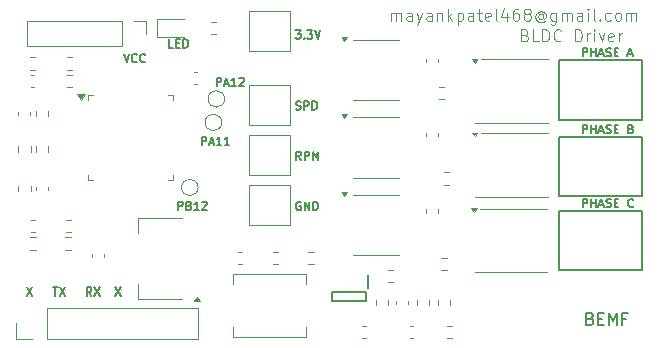
<source format=gbr>
%TF.GenerationSoftware,KiCad,Pcbnew,8.0.5*%
%TF.CreationDate,2025-03-17T20:49:01+05:30*%
%TF.ProjectId,bldc,626c6463-2e6b-4696-9361-645f70636258,rev?*%
%TF.SameCoordinates,Original*%
%TF.FileFunction,Legend,Top*%
%TF.FilePolarity,Positive*%
%FSLAX46Y46*%
G04 Gerber Fmt 4.6, Leading zero omitted, Abs format (unit mm)*
G04 Created by KiCad (PCBNEW 8.0.5) date 2025-03-17 20:49:01*
%MOMM*%
%LPD*%
G01*
G04 APERTURE LIST*
%ADD10C,0.150000*%
%ADD11C,0.100000*%
%ADD12C,0.120000*%
%ADD13C,0.200000*%
G04 APERTURE END LIST*
D10*
X66265350Y-107906533D02*
X66265350Y-107206533D01*
X66265350Y-107206533D02*
X66532017Y-107206533D01*
X66532017Y-107206533D02*
X66598684Y-107239866D01*
X66598684Y-107239866D02*
X66632017Y-107273200D01*
X66632017Y-107273200D02*
X66665350Y-107339866D01*
X66665350Y-107339866D02*
X66665350Y-107439866D01*
X66665350Y-107439866D02*
X66632017Y-107506533D01*
X66632017Y-107506533D02*
X66598684Y-107539866D01*
X66598684Y-107539866D02*
X66532017Y-107573200D01*
X66532017Y-107573200D02*
X66265350Y-107573200D01*
X66932017Y-107706533D02*
X67265350Y-107706533D01*
X66865350Y-107906533D02*
X67098684Y-107206533D01*
X67098684Y-107206533D02*
X67332017Y-107906533D01*
X67932017Y-107906533D02*
X67532017Y-107906533D01*
X67732017Y-107906533D02*
X67732017Y-107206533D01*
X67732017Y-107206533D02*
X67665350Y-107306533D01*
X67665350Y-107306533D02*
X67598684Y-107373200D01*
X67598684Y-107373200D02*
X67532017Y-107406533D01*
X68598684Y-107906533D02*
X68198684Y-107906533D01*
X68398684Y-107906533D02*
X68398684Y-107206533D01*
X68398684Y-107206533D02*
X68332017Y-107306533D01*
X68332017Y-107306533D02*
X68265351Y-107373200D01*
X68265351Y-107373200D02*
X68198684Y-107406533D01*
X67515350Y-102906533D02*
X67515350Y-102206533D01*
X67515350Y-102206533D02*
X67782017Y-102206533D01*
X67782017Y-102206533D02*
X67848684Y-102239866D01*
X67848684Y-102239866D02*
X67882017Y-102273200D01*
X67882017Y-102273200D02*
X67915350Y-102339866D01*
X67915350Y-102339866D02*
X67915350Y-102439866D01*
X67915350Y-102439866D02*
X67882017Y-102506533D01*
X67882017Y-102506533D02*
X67848684Y-102539866D01*
X67848684Y-102539866D02*
X67782017Y-102573200D01*
X67782017Y-102573200D02*
X67515350Y-102573200D01*
X68182017Y-102706533D02*
X68515350Y-102706533D01*
X68115350Y-102906533D02*
X68348684Y-102206533D01*
X68348684Y-102206533D02*
X68582017Y-102906533D01*
X69182017Y-102906533D02*
X68782017Y-102906533D01*
X68982017Y-102906533D02*
X68982017Y-102206533D01*
X68982017Y-102206533D02*
X68915350Y-102306533D01*
X68915350Y-102306533D02*
X68848684Y-102373200D01*
X68848684Y-102373200D02*
X68782017Y-102406533D01*
X69448684Y-102273200D02*
X69482017Y-102239866D01*
X69482017Y-102239866D02*
X69548684Y-102206533D01*
X69548684Y-102206533D02*
X69715351Y-102206533D01*
X69715351Y-102206533D02*
X69782017Y-102239866D01*
X69782017Y-102239866D02*
X69815351Y-102273200D01*
X69815351Y-102273200D02*
X69848684Y-102339866D01*
X69848684Y-102339866D02*
X69848684Y-102406533D01*
X69848684Y-102406533D02*
X69815351Y-102506533D01*
X69815351Y-102506533D02*
X69415351Y-102906533D01*
X69415351Y-102906533D02*
X69848684Y-102906533D01*
X64265350Y-113406533D02*
X64265350Y-112706533D01*
X64265350Y-112706533D02*
X64532017Y-112706533D01*
X64532017Y-112706533D02*
X64598684Y-112739866D01*
X64598684Y-112739866D02*
X64632017Y-112773200D01*
X64632017Y-112773200D02*
X64665350Y-112839866D01*
X64665350Y-112839866D02*
X64665350Y-112939866D01*
X64665350Y-112939866D02*
X64632017Y-113006533D01*
X64632017Y-113006533D02*
X64598684Y-113039866D01*
X64598684Y-113039866D02*
X64532017Y-113073200D01*
X64532017Y-113073200D02*
X64265350Y-113073200D01*
X65198684Y-113039866D02*
X65298684Y-113073200D01*
X65298684Y-113073200D02*
X65332017Y-113106533D01*
X65332017Y-113106533D02*
X65365350Y-113173200D01*
X65365350Y-113173200D02*
X65365350Y-113273200D01*
X65365350Y-113273200D02*
X65332017Y-113339866D01*
X65332017Y-113339866D02*
X65298684Y-113373200D01*
X65298684Y-113373200D02*
X65232017Y-113406533D01*
X65232017Y-113406533D02*
X64965350Y-113406533D01*
X64965350Y-113406533D02*
X64965350Y-112706533D01*
X64965350Y-112706533D02*
X65198684Y-112706533D01*
X65198684Y-112706533D02*
X65265350Y-112739866D01*
X65265350Y-112739866D02*
X65298684Y-112773200D01*
X65298684Y-112773200D02*
X65332017Y-112839866D01*
X65332017Y-112839866D02*
X65332017Y-112906533D01*
X65332017Y-112906533D02*
X65298684Y-112973200D01*
X65298684Y-112973200D02*
X65265350Y-113006533D01*
X65265350Y-113006533D02*
X65198684Y-113039866D01*
X65198684Y-113039866D02*
X64965350Y-113039866D01*
X66032017Y-113406533D02*
X65632017Y-113406533D01*
X65832017Y-113406533D02*
X65832017Y-112706533D01*
X65832017Y-112706533D02*
X65765350Y-112806533D01*
X65765350Y-112806533D02*
X65698684Y-112873200D01*
X65698684Y-112873200D02*
X65632017Y-112906533D01*
X66298684Y-112773200D02*
X66332017Y-112739866D01*
X66332017Y-112739866D02*
X66398684Y-112706533D01*
X66398684Y-112706533D02*
X66565351Y-112706533D01*
X66565351Y-112706533D02*
X66632017Y-112739866D01*
X66632017Y-112739866D02*
X66665351Y-112773200D01*
X66665351Y-112773200D02*
X66698684Y-112839866D01*
X66698684Y-112839866D02*
X66698684Y-112906533D01*
X66698684Y-112906533D02*
X66665351Y-113006533D01*
X66665351Y-113006533D02*
X66265351Y-113406533D01*
X66265351Y-113406533D02*
X66698684Y-113406533D01*
X74232017Y-104873200D02*
X74332017Y-104906533D01*
X74332017Y-104906533D02*
X74498684Y-104906533D01*
X74498684Y-104906533D02*
X74565350Y-104873200D01*
X74565350Y-104873200D02*
X74598684Y-104839866D01*
X74598684Y-104839866D02*
X74632017Y-104773200D01*
X74632017Y-104773200D02*
X74632017Y-104706533D01*
X74632017Y-104706533D02*
X74598684Y-104639866D01*
X74598684Y-104639866D02*
X74565350Y-104606533D01*
X74565350Y-104606533D02*
X74498684Y-104573200D01*
X74498684Y-104573200D02*
X74365350Y-104539866D01*
X74365350Y-104539866D02*
X74298684Y-104506533D01*
X74298684Y-104506533D02*
X74265350Y-104473200D01*
X74265350Y-104473200D02*
X74232017Y-104406533D01*
X74232017Y-104406533D02*
X74232017Y-104339866D01*
X74232017Y-104339866D02*
X74265350Y-104273200D01*
X74265350Y-104273200D02*
X74298684Y-104239866D01*
X74298684Y-104239866D02*
X74365350Y-104206533D01*
X74365350Y-104206533D02*
X74532017Y-104206533D01*
X74532017Y-104206533D02*
X74632017Y-104239866D01*
X74932017Y-104906533D02*
X74932017Y-104206533D01*
X74932017Y-104206533D02*
X75198684Y-104206533D01*
X75198684Y-104206533D02*
X75265351Y-104239866D01*
X75265351Y-104239866D02*
X75298684Y-104273200D01*
X75298684Y-104273200D02*
X75332017Y-104339866D01*
X75332017Y-104339866D02*
X75332017Y-104439866D01*
X75332017Y-104439866D02*
X75298684Y-104506533D01*
X75298684Y-104506533D02*
X75265351Y-104539866D01*
X75265351Y-104539866D02*
X75198684Y-104573200D01*
X75198684Y-104573200D02*
X74932017Y-104573200D01*
X75632017Y-104906533D02*
X75632017Y-104206533D01*
X75632017Y-104206533D02*
X75798684Y-104206533D01*
X75798684Y-104206533D02*
X75898684Y-104239866D01*
X75898684Y-104239866D02*
X75965351Y-104306533D01*
X75965351Y-104306533D02*
X75998684Y-104373200D01*
X75998684Y-104373200D02*
X76032017Y-104506533D01*
X76032017Y-104506533D02*
X76032017Y-104606533D01*
X76032017Y-104606533D02*
X75998684Y-104739866D01*
X75998684Y-104739866D02*
X75965351Y-104806533D01*
X75965351Y-104806533D02*
X75898684Y-104873200D01*
X75898684Y-104873200D02*
X75798684Y-104906533D01*
X75798684Y-104906533D02*
X75632017Y-104906533D01*
X56915350Y-120656533D02*
X56682017Y-120323200D01*
X56515350Y-120656533D02*
X56515350Y-119956533D01*
X56515350Y-119956533D02*
X56782017Y-119956533D01*
X56782017Y-119956533D02*
X56848684Y-119989866D01*
X56848684Y-119989866D02*
X56882017Y-120023200D01*
X56882017Y-120023200D02*
X56915350Y-120089866D01*
X56915350Y-120089866D02*
X56915350Y-120189866D01*
X56915350Y-120189866D02*
X56882017Y-120256533D01*
X56882017Y-120256533D02*
X56848684Y-120289866D01*
X56848684Y-120289866D02*
X56782017Y-120323200D01*
X56782017Y-120323200D02*
X56515350Y-120323200D01*
X57148684Y-119956533D02*
X57615350Y-120656533D01*
X57615350Y-119956533D02*
X57148684Y-120656533D01*
X59665350Y-100206533D02*
X59898684Y-100906533D01*
X59898684Y-100906533D02*
X60132017Y-100206533D01*
X60765350Y-100839866D02*
X60732017Y-100873200D01*
X60732017Y-100873200D02*
X60632017Y-100906533D01*
X60632017Y-100906533D02*
X60565350Y-100906533D01*
X60565350Y-100906533D02*
X60465350Y-100873200D01*
X60465350Y-100873200D02*
X60398684Y-100806533D01*
X60398684Y-100806533D02*
X60365350Y-100739866D01*
X60365350Y-100739866D02*
X60332017Y-100606533D01*
X60332017Y-100606533D02*
X60332017Y-100506533D01*
X60332017Y-100506533D02*
X60365350Y-100373200D01*
X60365350Y-100373200D02*
X60398684Y-100306533D01*
X60398684Y-100306533D02*
X60465350Y-100239866D01*
X60465350Y-100239866D02*
X60565350Y-100206533D01*
X60565350Y-100206533D02*
X60632017Y-100206533D01*
X60632017Y-100206533D02*
X60732017Y-100239866D01*
X60732017Y-100239866D02*
X60765350Y-100273200D01*
X61465350Y-100839866D02*
X61432017Y-100873200D01*
X61432017Y-100873200D02*
X61332017Y-100906533D01*
X61332017Y-100906533D02*
X61265350Y-100906533D01*
X61265350Y-100906533D02*
X61165350Y-100873200D01*
X61165350Y-100873200D02*
X61098684Y-100806533D01*
X61098684Y-100806533D02*
X61065350Y-100739866D01*
X61065350Y-100739866D02*
X61032017Y-100606533D01*
X61032017Y-100606533D02*
X61032017Y-100506533D01*
X61032017Y-100506533D02*
X61065350Y-100373200D01*
X61065350Y-100373200D02*
X61098684Y-100306533D01*
X61098684Y-100306533D02*
X61165350Y-100239866D01*
X61165350Y-100239866D02*
X61265350Y-100206533D01*
X61265350Y-100206533D02*
X61332017Y-100206533D01*
X61332017Y-100206533D02*
X61432017Y-100239866D01*
X61432017Y-100239866D02*
X61465350Y-100273200D01*
D11*
X93637217Y-98598609D02*
X93780074Y-98646228D01*
X93780074Y-98646228D02*
X93827693Y-98693847D01*
X93827693Y-98693847D02*
X93875312Y-98789085D01*
X93875312Y-98789085D02*
X93875312Y-98931942D01*
X93875312Y-98931942D02*
X93827693Y-99027180D01*
X93827693Y-99027180D02*
X93780074Y-99074800D01*
X93780074Y-99074800D02*
X93684836Y-99122419D01*
X93684836Y-99122419D02*
X93303884Y-99122419D01*
X93303884Y-99122419D02*
X93303884Y-98122419D01*
X93303884Y-98122419D02*
X93637217Y-98122419D01*
X93637217Y-98122419D02*
X93732455Y-98170038D01*
X93732455Y-98170038D02*
X93780074Y-98217657D01*
X93780074Y-98217657D02*
X93827693Y-98312895D01*
X93827693Y-98312895D02*
X93827693Y-98408133D01*
X93827693Y-98408133D02*
X93780074Y-98503371D01*
X93780074Y-98503371D02*
X93732455Y-98550990D01*
X93732455Y-98550990D02*
X93637217Y-98598609D01*
X93637217Y-98598609D02*
X93303884Y-98598609D01*
X94780074Y-99122419D02*
X94303884Y-99122419D01*
X94303884Y-99122419D02*
X94303884Y-98122419D01*
X95113408Y-99122419D02*
X95113408Y-98122419D01*
X95113408Y-98122419D02*
X95351503Y-98122419D01*
X95351503Y-98122419D02*
X95494360Y-98170038D01*
X95494360Y-98170038D02*
X95589598Y-98265276D01*
X95589598Y-98265276D02*
X95637217Y-98360514D01*
X95637217Y-98360514D02*
X95684836Y-98550990D01*
X95684836Y-98550990D02*
X95684836Y-98693847D01*
X95684836Y-98693847D02*
X95637217Y-98884323D01*
X95637217Y-98884323D02*
X95589598Y-98979561D01*
X95589598Y-98979561D02*
X95494360Y-99074800D01*
X95494360Y-99074800D02*
X95351503Y-99122419D01*
X95351503Y-99122419D02*
X95113408Y-99122419D01*
X96684836Y-99027180D02*
X96637217Y-99074800D01*
X96637217Y-99074800D02*
X96494360Y-99122419D01*
X96494360Y-99122419D02*
X96399122Y-99122419D01*
X96399122Y-99122419D02*
X96256265Y-99074800D01*
X96256265Y-99074800D02*
X96161027Y-98979561D01*
X96161027Y-98979561D02*
X96113408Y-98884323D01*
X96113408Y-98884323D02*
X96065789Y-98693847D01*
X96065789Y-98693847D02*
X96065789Y-98550990D01*
X96065789Y-98550990D02*
X96113408Y-98360514D01*
X96113408Y-98360514D02*
X96161027Y-98265276D01*
X96161027Y-98265276D02*
X96256265Y-98170038D01*
X96256265Y-98170038D02*
X96399122Y-98122419D01*
X96399122Y-98122419D02*
X96494360Y-98122419D01*
X96494360Y-98122419D02*
X96637217Y-98170038D01*
X96637217Y-98170038D02*
X96684836Y-98217657D01*
X97875313Y-99122419D02*
X97875313Y-98122419D01*
X97875313Y-98122419D02*
X98113408Y-98122419D01*
X98113408Y-98122419D02*
X98256265Y-98170038D01*
X98256265Y-98170038D02*
X98351503Y-98265276D01*
X98351503Y-98265276D02*
X98399122Y-98360514D01*
X98399122Y-98360514D02*
X98446741Y-98550990D01*
X98446741Y-98550990D02*
X98446741Y-98693847D01*
X98446741Y-98693847D02*
X98399122Y-98884323D01*
X98399122Y-98884323D02*
X98351503Y-98979561D01*
X98351503Y-98979561D02*
X98256265Y-99074800D01*
X98256265Y-99074800D02*
X98113408Y-99122419D01*
X98113408Y-99122419D02*
X97875313Y-99122419D01*
X98875313Y-99122419D02*
X98875313Y-98455752D01*
X98875313Y-98646228D02*
X98922932Y-98550990D01*
X98922932Y-98550990D02*
X98970551Y-98503371D01*
X98970551Y-98503371D02*
X99065789Y-98455752D01*
X99065789Y-98455752D02*
X99161027Y-98455752D01*
X99494361Y-99122419D02*
X99494361Y-98455752D01*
X99494361Y-98122419D02*
X99446742Y-98170038D01*
X99446742Y-98170038D02*
X99494361Y-98217657D01*
X99494361Y-98217657D02*
X99541980Y-98170038D01*
X99541980Y-98170038D02*
X99494361Y-98122419D01*
X99494361Y-98122419D02*
X99494361Y-98217657D01*
X99875313Y-98455752D02*
X100113408Y-99122419D01*
X100113408Y-99122419D02*
X100351503Y-98455752D01*
X101113408Y-99074800D02*
X101018170Y-99122419D01*
X101018170Y-99122419D02*
X100827694Y-99122419D01*
X100827694Y-99122419D02*
X100732456Y-99074800D01*
X100732456Y-99074800D02*
X100684837Y-98979561D01*
X100684837Y-98979561D02*
X100684837Y-98598609D01*
X100684837Y-98598609D02*
X100732456Y-98503371D01*
X100732456Y-98503371D02*
X100827694Y-98455752D01*
X100827694Y-98455752D02*
X101018170Y-98455752D01*
X101018170Y-98455752D02*
X101113408Y-98503371D01*
X101113408Y-98503371D02*
X101161027Y-98598609D01*
X101161027Y-98598609D02*
X101161027Y-98693847D01*
X101161027Y-98693847D02*
X100684837Y-98789085D01*
X101589599Y-99122419D02*
X101589599Y-98455752D01*
X101589599Y-98646228D02*
X101637218Y-98550990D01*
X101637218Y-98550990D02*
X101684837Y-98503371D01*
X101684837Y-98503371D02*
X101780075Y-98455752D01*
X101780075Y-98455752D02*
X101875313Y-98455752D01*
D10*
X98515350Y-106906533D02*
X98515350Y-106206533D01*
X98515350Y-106206533D02*
X98782017Y-106206533D01*
X98782017Y-106206533D02*
X98848684Y-106239866D01*
X98848684Y-106239866D02*
X98882017Y-106273200D01*
X98882017Y-106273200D02*
X98915350Y-106339866D01*
X98915350Y-106339866D02*
X98915350Y-106439866D01*
X98915350Y-106439866D02*
X98882017Y-106506533D01*
X98882017Y-106506533D02*
X98848684Y-106539866D01*
X98848684Y-106539866D02*
X98782017Y-106573200D01*
X98782017Y-106573200D02*
X98515350Y-106573200D01*
X99215350Y-106906533D02*
X99215350Y-106206533D01*
X99215350Y-106539866D02*
X99615350Y-106539866D01*
X99615350Y-106906533D02*
X99615350Y-106206533D01*
X99915350Y-106706533D02*
X100248683Y-106706533D01*
X99848683Y-106906533D02*
X100082017Y-106206533D01*
X100082017Y-106206533D02*
X100315350Y-106906533D01*
X100515350Y-106873200D02*
X100615350Y-106906533D01*
X100615350Y-106906533D02*
X100782017Y-106906533D01*
X100782017Y-106906533D02*
X100848683Y-106873200D01*
X100848683Y-106873200D02*
X100882017Y-106839866D01*
X100882017Y-106839866D02*
X100915350Y-106773200D01*
X100915350Y-106773200D02*
X100915350Y-106706533D01*
X100915350Y-106706533D02*
X100882017Y-106639866D01*
X100882017Y-106639866D02*
X100848683Y-106606533D01*
X100848683Y-106606533D02*
X100782017Y-106573200D01*
X100782017Y-106573200D02*
X100648683Y-106539866D01*
X100648683Y-106539866D02*
X100582017Y-106506533D01*
X100582017Y-106506533D02*
X100548683Y-106473200D01*
X100548683Y-106473200D02*
X100515350Y-106406533D01*
X100515350Y-106406533D02*
X100515350Y-106339866D01*
X100515350Y-106339866D02*
X100548683Y-106273200D01*
X100548683Y-106273200D02*
X100582017Y-106239866D01*
X100582017Y-106239866D02*
X100648683Y-106206533D01*
X100648683Y-106206533D02*
X100815350Y-106206533D01*
X100815350Y-106206533D02*
X100915350Y-106239866D01*
X101215350Y-106539866D02*
X101448684Y-106539866D01*
X101548684Y-106906533D02*
X101215350Y-106906533D01*
X101215350Y-106906533D02*
X101215350Y-106206533D01*
X101215350Y-106206533D02*
X101548684Y-106206533D01*
X102615350Y-106539866D02*
X102715350Y-106573200D01*
X102715350Y-106573200D02*
X102748683Y-106606533D01*
X102748683Y-106606533D02*
X102782016Y-106673200D01*
X102782016Y-106673200D02*
X102782016Y-106773200D01*
X102782016Y-106773200D02*
X102748683Y-106839866D01*
X102748683Y-106839866D02*
X102715350Y-106873200D01*
X102715350Y-106873200D02*
X102648683Y-106906533D01*
X102648683Y-106906533D02*
X102382016Y-106906533D01*
X102382016Y-106906533D02*
X102382016Y-106206533D01*
X102382016Y-106206533D02*
X102615350Y-106206533D01*
X102615350Y-106206533D02*
X102682016Y-106239866D01*
X102682016Y-106239866D02*
X102715350Y-106273200D01*
X102715350Y-106273200D02*
X102748683Y-106339866D01*
X102748683Y-106339866D02*
X102748683Y-106406533D01*
X102748683Y-106406533D02*
X102715350Y-106473200D01*
X102715350Y-106473200D02*
X102682016Y-106506533D01*
X102682016Y-106506533D02*
X102615350Y-106539866D01*
X102615350Y-106539866D02*
X102382016Y-106539866D01*
D11*
X82303884Y-97372419D02*
X82303884Y-96705752D01*
X82303884Y-96800990D02*
X82351503Y-96753371D01*
X82351503Y-96753371D02*
X82446741Y-96705752D01*
X82446741Y-96705752D02*
X82589598Y-96705752D01*
X82589598Y-96705752D02*
X82684836Y-96753371D01*
X82684836Y-96753371D02*
X82732455Y-96848609D01*
X82732455Y-96848609D02*
X82732455Y-97372419D01*
X82732455Y-96848609D02*
X82780074Y-96753371D01*
X82780074Y-96753371D02*
X82875312Y-96705752D01*
X82875312Y-96705752D02*
X83018169Y-96705752D01*
X83018169Y-96705752D02*
X83113408Y-96753371D01*
X83113408Y-96753371D02*
X83161027Y-96848609D01*
X83161027Y-96848609D02*
X83161027Y-97372419D01*
X84065788Y-97372419D02*
X84065788Y-96848609D01*
X84065788Y-96848609D02*
X84018169Y-96753371D01*
X84018169Y-96753371D02*
X83922931Y-96705752D01*
X83922931Y-96705752D02*
X83732455Y-96705752D01*
X83732455Y-96705752D02*
X83637217Y-96753371D01*
X84065788Y-97324800D02*
X83970550Y-97372419D01*
X83970550Y-97372419D02*
X83732455Y-97372419D01*
X83732455Y-97372419D02*
X83637217Y-97324800D01*
X83637217Y-97324800D02*
X83589598Y-97229561D01*
X83589598Y-97229561D02*
X83589598Y-97134323D01*
X83589598Y-97134323D02*
X83637217Y-97039085D01*
X83637217Y-97039085D02*
X83732455Y-96991466D01*
X83732455Y-96991466D02*
X83970550Y-96991466D01*
X83970550Y-96991466D02*
X84065788Y-96943847D01*
X84446741Y-96705752D02*
X84684836Y-97372419D01*
X84922931Y-96705752D02*
X84684836Y-97372419D01*
X84684836Y-97372419D02*
X84589598Y-97610514D01*
X84589598Y-97610514D02*
X84541979Y-97658133D01*
X84541979Y-97658133D02*
X84446741Y-97705752D01*
X85732455Y-97372419D02*
X85732455Y-96848609D01*
X85732455Y-96848609D02*
X85684836Y-96753371D01*
X85684836Y-96753371D02*
X85589598Y-96705752D01*
X85589598Y-96705752D02*
X85399122Y-96705752D01*
X85399122Y-96705752D02*
X85303884Y-96753371D01*
X85732455Y-97324800D02*
X85637217Y-97372419D01*
X85637217Y-97372419D02*
X85399122Y-97372419D01*
X85399122Y-97372419D02*
X85303884Y-97324800D01*
X85303884Y-97324800D02*
X85256265Y-97229561D01*
X85256265Y-97229561D02*
X85256265Y-97134323D01*
X85256265Y-97134323D02*
X85303884Y-97039085D01*
X85303884Y-97039085D02*
X85399122Y-96991466D01*
X85399122Y-96991466D02*
X85637217Y-96991466D01*
X85637217Y-96991466D02*
X85732455Y-96943847D01*
X86208646Y-96705752D02*
X86208646Y-97372419D01*
X86208646Y-96800990D02*
X86256265Y-96753371D01*
X86256265Y-96753371D02*
X86351503Y-96705752D01*
X86351503Y-96705752D02*
X86494360Y-96705752D01*
X86494360Y-96705752D02*
X86589598Y-96753371D01*
X86589598Y-96753371D02*
X86637217Y-96848609D01*
X86637217Y-96848609D02*
X86637217Y-97372419D01*
X87113408Y-97372419D02*
X87113408Y-96372419D01*
X87208646Y-96991466D02*
X87494360Y-97372419D01*
X87494360Y-96705752D02*
X87113408Y-97086704D01*
X87922932Y-96705752D02*
X87922932Y-97705752D01*
X87922932Y-96753371D02*
X88018170Y-96705752D01*
X88018170Y-96705752D02*
X88208646Y-96705752D01*
X88208646Y-96705752D02*
X88303884Y-96753371D01*
X88303884Y-96753371D02*
X88351503Y-96800990D01*
X88351503Y-96800990D02*
X88399122Y-96896228D01*
X88399122Y-96896228D02*
X88399122Y-97181942D01*
X88399122Y-97181942D02*
X88351503Y-97277180D01*
X88351503Y-97277180D02*
X88303884Y-97324800D01*
X88303884Y-97324800D02*
X88208646Y-97372419D01*
X88208646Y-97372419D02*
X88018170Y-97372419D01*
X88018170Y-97372419D02*
X87922932Y-97324800D01*
X89256265Y-97372419D02*
X89256265Y-96848609D01*
X89256265Y-96848609D02*
X89208646Y-96753371D01*
X89208646Y-96753371D02*
X89113408Y-96705752D01*
X89113408Y-96705752D02*
X88922932Y-96705752D01*
X88922932Y-96705752D02*
X88827694Y-96753371D01*
X89256265Y-97324800D02*
X89161027Y-97372419D01*
X89161027Y-97372419D02*
X88922932Y-97372419D01*
X88922932Y-97372419D02*
X88827694Y-97324800D01*
X88827694Y-97324800D02*
X88780075Y-97229561D01*
X88780075Y-97229561D02*
X88780075Y-97134323D01*
X88780075Y-97134323D02*
X88827694Y-97039085D01*
X88827694Y-97039085D02*
X88922932Y-96991466D01*
X88922932Y-96991466D02*
X89161027Y-96991466D01*
X89161027Y-96991466D02*
X89256265Y-96943847D01*
X89589599Y-96705752D02*
X89970551Y-96705752D01*
X89732456Y-96372419D02*
X89732456Y-97229561D01*
X89732456Y-97229561D02*
X89780075Y-97324800D01*
X89780075Y-97324800D02*
X89875313Y-97372419D01*
X89875313Y-97372419D02*
X89970551Y-97372419D01*
X90684837Y-97324800D02*
X90589599Y-97372419D01*
X90589599Y-97372419D02*
X90399123Y-97372419D01*
X90399123Y-97372419D02*
X90303885Y-97324800D01*
X90303885Y-97324800D02*
X90256266Y-97229561D01*
X90256266Y-97229561D02*
X90256266Y-96848609D01*
X90256266Y-96848609D02*
X90303885Y-96753371D01*
X90303885Y-96753371D02*
X90399123Y-96705752D01*
X90399123Y-96705752D02*
X90589599Y-96705752D01*
X90589599Y-96705752D02*
X90684837Y-96753371D01*
X90684837Y-96753371D02*
X90732456Y-96848609D01*
X90732456Y-96848609D02*
X90732456Y-96943847D01*
X90732456Y-96943847D02*
X90256266Y-97039085D01*
X91303885Y-97372419D02*
X91208647Y-97324800D01*
X91208647Y-97324800D02*
X91161028Y-97229561D01*
X91161028Y-97229561D02*
X91161028Y-96372419D01*
X92113409Y-96705752D02*
X92113409Y-97372419D01*
X91875314Y-96324800D02*
X91637219Y-97039085D01*
X91637219Y-97039085D02*
X92256266Y-97039085D01*
X93065790Y-96372419D02*
X92875314Y-96372419D01*
X92875314Y-96372419D02*
X92780076Y-96420038D01*
X92780076Y-96420038D02*
X92732457Y-96467657D01*
X92732457Y-96467657D02*
X92637219Y-96610514D01*
X92637219Y-96610514D02*
X92589600Y-96800990D01*
X92589600Y-96800990D02*
X92589600Y-97181942D01*
X92589600Y-97181942D02*
X92637219Y-97277180D01*
X92637219Y-97277180D02*
X92684838Y-97324800D01*
X92684838Y-97324800D02*
X92780076Y-97372419D01*
X92780076Y-97372419D02*
X92970552Y-97372419D01*
X92970552Y-97372419D02*
X93065790Y-97324800D01*
X93065790Y-97324800D02*
X93113409Y-97277180D01*
X93113409Y-97277180D02*
X93161028Y-97181942D01*
X93161028Y-97181942D02*
X93161028Y-96943847D01*
X93161028Y-96943847D02*
X93113409Y-96848609D01*
X93113409Y-96848609D02*
X93065790Y-96800990D01*
X93065790Y-96800990D02*
X92970552Y-96753371D01*
X92970552Y-96753371D02*
X92780076Y-96753371D01*
X92780076Y-96753371D02*
X92684838Y-96800990D01*
X92684838Y-96800990D02*
X92637219Y-96848609D01*
X92637219Y-96848609D02*
X92589600Y-96943847D01*
X93732457Y-96800990D02*
X93637219Y-96753371D01*
X93637219Y-96753371D02*
X93589600Y-96705752D01*
X93589600Y-96705752D02*
X93541981Y-96610514D01*
X93541981Y-96610514D02*
X93541981Y-96562895D01*
X93541981Y-96562895D02*
X93589600Y-96467657D01*
X93589600Y-96467657D02*
X93637219Y-96420038D01*
X93637219Y-96420038D02*
X93732457Y-96372419D01*
X93732457Y-96372419D02*
X93922933Y-96372419D01*
X93922933Y-96372419D02*
X94018171Y-96420038D01*
X94018171Y-96420038D02*
X94065790Y-96467657D01*
X94065790Y-96467657D02*
X94113409Y-96562895D01*
X94113409Y-96562895D02*
X94113409Y-96610514D01*
X94113409Y-96610514D02*
X94065790Y-96705752D01*
X94065790Y-96705752D02*
X94018171Y-96753371D01*
X94018171Y-96753371D02*
X93922933Y-96800990D01*
X93922933Y-96800990D02*
X93732457Y-96800990D01*
X93732457Y-96800990D02*
X93637219Y-96848609D01*
X93637219Y-96848609D02*
X93589600Y-96896228D01*
X93589600Y-96896228D02*
X93541981Y-96991466D01*
X93541981Y-96991466D02*
X93541981Y-97181942D01*
X93541981Y-97181942D02*
X93589600Y-97277180D01*
X93589600Y-97277180D02*
X93637219Y-97324800D01*
X93637219Y-97324800D02*
X93732457Y-97372419D01*
X93732457Y-97372419D02*
X93922933Y-97372419D01*
X93922933Y-97372419D02*
X94018171Y-97324800D01*
X94018171Y-97324800D02*
X94065790Y-97277180D01*
X94065790Y-97277180D02*
X94113409Y-97181942D01*
X94113409Y-97181942D02*
X94113409Y-96991466D01*
X94113409Y-96991466D02*
X94065790Y-96896228D01*
X94065790Y-96896228D02*
X94018171Y-96848609D01*
X94018171Y-96848609D02*
X93922933Y-96800990D01*
X95161028Y-96896228D02*
X95113409Y-96848609D01*
X95113409Y-96848609D02*
X95018171Y-96800990D01*
X95018171Y-96800990D02*
X94922933Y-96800990D01*
X94922933Y-96800990D02*
X94827695Y-96848609D01*
X94827695Y-96848609D02*
X94780076Y-96896228D01*
X94780076Y-96896228D02*
X94732457Y-96991466D01*
X94732457Y-96991466D02*
X94732457Y-97086704D01*
X94732457Y-97086704D02*
X94780076Y-97181942D01*
X94780076Y-97181942D02*
X94827695Y-97229561D01*
X94827695Y-97229561D02*
X94922933Y-97277180D01*
X94922933Y-97277180D02*
X95018171Y-97277180D01*
X95018171Y-97277180D02*
X95113409Y-97229561D01*
X95113409Y-97229561D02*
X95161028Y-97181942D01*
X95161028Y-96800990D02*
X95161028Y-97181942D01*
X95161028Y-97181942D02*
X95208647Y-97229561D01*
X95208647Y-97229561D02*
X95256266Y-97229561D01*
X95256266Y-97229561D02*
X95351505Y-97181942D01*
X95351505Y-97181942D02*
X95399124Y-97086704D01*
X95399124Y-97086704D02*
X95399124Y-96848609D01*
X95399124Y-96848609D02*
X95303886Y-96705752D01*
X95303886Y-96705752D02*
X95161028Y-96610514D01*
X95161028Y-96610514D02*
X94970552Y-96562895D01*
X94970552Y-96562895D02*
X94780076Y-96610514D01*
X94780076Y-96610514D02*
X94637219Y-96705752D01*
X94637219Y-96705752D02*
X94541981Y-96848609D01*
X94541981Y-96848609D02*
X94494362Y-97039085D01*
X94494362Y-97039085D02*
X94541981Y-97229561D01*
X94541981Y-97229561D02*
X94637219Y-97372419D01*
X94637219Y-97372419D02*
X94780076Y-97467657D01*
X94780076Y-97467657D02*
X94970552Y-97515276D01*
X94970552Y-97515276D02*
X95161028Y-97467657D01*
X95161028Y-97467657D02*
X95303886Y-97372419D01*
X96256266Y-96705752D02*
X96256266Y-97515276D01*
X96256266Y-97515276D02*
X96208647Y-97610514D01*
X96208647Y-97610514D02*
X96161028Y-97658133D01*
X96161028Y-97658133D02*
X96065790Y-97705752D01*
X96065790Y-97705752D02*
X95922933Y-97705752D01*
X95922933Y-97705752D02*
X95827695Y-97658133D01*
X96256266Y-97324800D02*
X96161028Y-97372419D01*
X96161028Y-97372419D02*
X95970552Y-97372419D01*
X95970552Y-97372419D02*
X95875314Y-97324800D01*
X95875314Y-97324800D02*
X95827695Y-97277180D01*
X95827695Y-97277180D02*
X95780076Y-97181942D01*
X95780076Y-97181942D02*
X95780076Y-96896228D01*
X95780076Y-96896228D02*
X95827695Y-96800990D01*
X95827695Y-96800990D02*
X95875314Y-96753371D01*
X95875314Y-96753371D02*
X95970552Y-96705752D01*
X95970552Y-96705752D02*
X96161028Y-96705752D01*
X96161028Y-96705752D02*
X96256266Y-96753371D01*
X96732457Y-97372419D02*
X96732457Y-96705752D01*
X96732457Y-96800990D02*
X96780076Y-96753371D01*
X96780076Y-96753371D02*
X96875314Y-96705752D01*
X96875314Y-96705752D02*
X97018171Y-96705752D01*
X97018171Y-96705752D02*
X97113409Y-96753371D01*
X97113409Y-96753371D02*
X97161028Y-96848609D01*
X97161028Y-96848609D02*
X97161028Y-97372419D01*
X97161028Y-96848609D02*
X97208647Y-96753371D01*
X97208647Y-96753371D02*
X97303885Y-96705752D01*
X97303885Y-96705752D02*
X97446742Y-96705752D01*
X97446742Y-96705752D02*
X97541981Y-96753371D01*
X97541981Y-96753371D02*
X97589600Y-96848609D01*
X97589600Y-96848609D02*
X97589600Y-97372419D01*
X98494361Y-97372419D02*
X98494361Y-96848609D01*
X98494361Y-96848609D02*
X98446742Y-96753371D01*
X98446742Y-96753371D02*
X98351504Y-96705752D01*
X98351504Y-96705752D02*
X98161028Y-96705752D01*
X98161028Y-96705752D02*
X98065790Y-96753371D01*
X98494361Y-97324800D02*
X98399123Y-97372419D01*
X98399123Y-97372419D02*
X98161028Y-97372419D01*
X98161028Y-97372419D02*
X98065790Y-97324800D01*
X98065790Y-97324800D02*
X98018171Y-97229561D01*
X98018171Y-97229561D02*
X98018171Y-97134323D01*
X98018171Y-97134323D02*
X98065790Y-97039085D01*
X98065790Y-97039085D02*
X98161028Y-96991466D01*
X98161028Y-96991466D02*
X98399123Y-96991466D01*
X98399123Y-96991466D02*
X98494361Y-96943847D01*
X98970552Y-97372419D02*
X98970552Y-96705752D01*
X98970552Y-96372419D02*
X98922933Y-96420038D01*
X98922933Y-96420038D02*
X98970552Y-96467657D01*
X98970552Y-96467657D02*
X99018171Y-96420038D01*
X99018171Y-96420038D02*
X98970552Y-96372419D01*
X98970552Y-96372419D02*
X98970552Y-96467657D01*
X99589599Y-97372419D02*
X99494361Y-97324800D01*
X99494361Y-97324800D02*
X99446742Y-97229561D01*
X99446742Y-97229561D02*
X99446742Y-96372419D01*
X99970552Y-97277180D02*
X100018171Y-97324800D01*
X100018171Y-97324800D02*
X99970552Y-97372419D01*
X99970552Y-97372419D02*
X99922933Y-97324800D01*
X99922933Y-97324800D02*
X99970552Y-97277180D01*
X99970552Y-97277180D02*
X99970552Y-97372419D01*
X100875313Y-97324800D02*
X100780075Y-97372419D01*
X100780075Y-97372419D02*
X100589599Y-97372419D01*
X100589599Y-97372419D02*
X100494361Y-97324800D01*
X100494361Y-97324800D02*
X100446742Y-97277180D01*
X100446742Y-97277180D02*
X100399123Y-97181942D01*
X100399123Y-97181942D02*
X100399123Y-96896228D01*
X100399123Y-96896228D02*
X100446742Y-96800990D01*
X100446742Y-96800990D02*
X100494361Y-96753371D01*
X100494361Y-96753371D02*
X100589599Y-96705752D01*
X100589599Y-96705752D02*
X100780075Y-96705752D01*
X100780075Y-96705752D02*
X100875313Y-96753371D01*
X101446742Y-97372419D02*
X101351504Y-97324800D01*
X101351504Y-97324800D02*
X101303885Y-97277180D01*
X101303885Y-97277180D02*
X101256266Y-97181942D01*
X101256266Y-97181942D02*
X101256266Y-96896228D01*
X101256266Y-96896228D02*
X101303885Y-96800990D01*
X101303885Y-96800990D02*
X101351504Y-96753371D01*
X101351504Y-96753371D02*
X101446742Y-96705752D01*
X101446742Y-96705752D02*
X101589599Y-96705752D01*
X101589599Y-96705752D02*
X101684837Y-96753371D01*
X101684837Y-96753371D02*
X101732456Y-96800990D01*
X101732456Y-96800990D02*
X101780075Y-96896228D01*
X101780075Y-96896228D02*
X101780075Y-97181942D01*
X101780075Y-97181942D02*
X101732456Y-97277180D01*
X101732456Y-97277180D02*
X101684837Y-97324800D01*
X101684837Y-97324800D02*
X101589599Y-97372419D01*
X101589599Y-97372419D02*
X101446742Y-97372419D01*
X102208647Y-97372419D02*
X102208647Y-96705752D01*
X102208647Y-96800990D02*
X102256266Y-96753371D01*
X102256266Y-96753371D02*
X102351504Y-96705752D01*
X102351504Y-96705752D02*
X102494361Y-96705752D01*
X102494361Y-96705752D02*
X102589599Y-96753371D01*
X102589599Y-96753371D02*
X102637218Y-96848609D01*
X102637218Y-96848609D02*
X102637218Y-97372419D01*
X102637218Y-96848609D02*
X102684837Y-96753371D01*
X102684837Y-96753371D02*
X102780075Y-96705752D01*
X102780075Y-96705752D02*
X102922932Y-96705752D01*
X102922932Y-96705752D02*
X103018171Y-96753371D01*
X103018171Y-96753371D02*
X103065790Y-96848609D01*
X103065790Y-96848609D02*
X103065790Y-97372419D01*
D10*
X98515350Y-100406533D02*
X98515350Y-99706533D01*
X98515350Y-99706533D02*
X98782017Y-99706533D01*
X98782017Y-99706533D02*
X98848684Y-99739866D01*
X98848684Y-99739866D02*
X98882017Y-99773200D01*
X98882017Y-99773200D02*
X98915350Y-99839866D01*
X98915350Y-99839866D02*
X98915350Y-99939866D01*
X98915350Y-99939866D02*
X98882017Y-100006533D01*
X98882017Y-100006533D02*
X98848684Y-100039866D01*
X98848684Y-100039866D02*
X98782017Y-100073200D01*
X98782017Y-100073200D02*
X98515350Y-100073200D01*
X99215350Y-100406533D02*
X99215350Y-99706533D01*
X99215350Y-100039866D02*
X99615350Y-100039866D01*
X99615350Y-100406533D02*
X99615350Y-99706533D01*
X99915350Y-100206533D02*
X100248683Y-100206533D01*
X99848683Y-100406533D02*
X100082017Y-99706533D01*
X100082017Y-99706533D02*
X100315350Y-100406533D01*
X100515350Y-100373200D02*
X100615350Y-100406533D01*
X100615350Y-100406533D02*
X100782017Y-100406533D01*
X100782017Y-100406533D02*
X100848683Y-100373200D01*
X100848683Y-100373200D02*
X100882017Y-100339866D01*
X100882017Y-100339866D02*
X100915350Y-100273200D01*
X100915350Y-100273200D02*
X100915350Y-100206533D01*
X100915350Y-100206533D02*
X100882017Y-100139866D01*
X100882017Y-100139866D02*
X100848683Y-100106533D01*
X100848683Y-100106533D02*
X100782017Y-100073200D01*
X100782017Y-100073200D02*
X100648683Y-100039866D01*
X100648683Y-100039866D02*
X100582017Y-100006533D01*
X100582017Y-100006533D02*
X100548683Y-99973200D01*
X100548683Y-99973200D02*
X100515350Y-99906533D01*
X100515350Y-99906533D02*
X100515350Y-99839866D01*
X100515350Y-99839866D02*
X100548683Y-99773200D01*
X100548683Y-99773200D02*
X100582017Y-99739866D01*
X100582017Y-99739866D02*
X100648683Y-99706533D01*
X100648683Y-99706533D02*
X100815350Y-99706533D01*
X100815350Y-99706533D02*
X100915350Y-99739866D01*
X101215350Y-100039866D02*
X101448684Y-100039866D01*
X101548684Y-100406533D02*
X101215350Y-100406533D01*
X101215350Y-100406533D02*
X101215350Y-99706533D01*
X101215350Y-99706533D02*
X101548684Y-99706533D01*
X102348683Y-100206533D02*
X102682016Y-100206533D01*
X102282016Y-100406533D02*
X102515350Y-99706533D01*
X102515350Y-99706533D02*
X102748683Y-100406533D01*
X98515350Y-113156533D02*
X98515350Y-112456533D01*
X98515350Y-112456533D02*
X98782017Y-112456533D01*
X98782017Y-112456533D02*
X98848684Y-112489866D01*
X98848684Y-112489866D02*
X98882017Y-112523200D01*
X98882017Y-112523200D02*
X98915350Y-112589866D01*
X98915350Y-112589866D02*
X98915350Y-112689866D01*
X98915350Y-112689866D02*
X98882017Y-112756533D01*
X98882017Y-112756533D02*
X98848684Y-112789866D01*
X98848684Y-112789866D02*
X98782017Y-112823200D01*
X98782017Y-112823200D02*
X98515350Y-112823200D01*
X99215350Y-113156533D02*
X99215350Y-112456533D01*
X99215350Y-112789866D02*
X99615350Y-112789866D01*
X99615350Y-113156533D02*
X99615350Y-112456533D01*
X99915350Y-112956533D02*
X100248683Y-112956533D01*
X99848683Y-113156533D02*
X100082017Y-112456533D01*
X100082017Y-112456533D02*
X100315350Y-113156533D01*
X100515350Y-113123200D02*
X100615350Y-113156533D01*
X100615350Y-113156533D02*
X100782017Y-113156533D01*
X100782017Y-113156533D02*
X100848683Y-113123200D01*
X100848683Y-113123200D02*
X100882017Y-113089866D01*
X100882017Y-113089866D02*
X100915350Y-113023200D01*
X100915350Y-113023200D02*
X100915350Y-112956533D01*
X100915350Y-112956533D02*
X100882017Y-112889866D01*
X100882017Y-112889866D02*
X100848683Y-112856533D01*
X100848683Y-112856533D02*
X100782017Y-112823200D01*
X100782017Y-112823200D02*
X100648683Y-112789866D01*
X100648683Y-112789866D02*
X100582017Y-112756533D01*
X100582017Y-112756533D02*
X100548683Y-112723200D01*
X100548683Y-112723200D02*
X100515350Y-112656533D01*
X100515350Y-112656533D02*
X100515350Y-112589866D01*
X100515350Y-112589866D02*
X100548683Y-112523200D01*
X100548683Y-112523200D02*
X100582017Y-112489866D01*
X100582017Y-112489866D02*
X100648683Y-112456533D01*
X100648683Y-112456533D02*
X100815350Y-112456533D01*
X100815350Y-112456533D02*
X100915350Y-112489866D01*
X101215350Y-112789866D02*
X101448684Y-112789866D01*
X101548684Y-113156533D02*
X101215350Y-113156533D01*
X101215350Y-113156533D02*
X101215350Y-112456533D01*
X101215350Y-112456533D02*
X101548684Y-112456533D01*
X102782016Y-113089866D02*
X102748683Y-113123200D01*
X102748683Y-113123200D02*
X102648683Y-113156533D01*
X102648683Y-113156533D02*
X102582016Y-113156533D01*
X102582016Y-113156533D02*
X102482016Y-113123200D01*
X102482016Y-113123200D02*
X102415350Y-113056533D01*
X102415350Y-113056533D02*
X102382016Y-112989866D01*
X102382016Y-112989866D02*
X102348683Y-112856533D01*
X102348683Y-112856533D02*
X102348683Y-112756533D01*
X102348683Y-112756533D02*
X102382016Y-112623200D01*
X102382016Y-112623200D02*
X102415350Y-112556533D01*
X102415350Y-112556533D02*
X102482016Y-112489866D01*
X102482016Y-112489866D02*
X102582016Y-112456533D01*
X102582016Y-112456533D02*
X102648683Y-112456533D01*
X102648683Y-112456533D02*
X102748683Y-112489866D01*
X102748683Y-112489866D02*
X102782016Y-112523200D01*
X74632017Y-112739866D02*
X74565350Y-112706533D01*
X74565350Y-112706533D02*
X74465350Y-112706533D01*
X74465350Y-112706533D02*
X74365350Y-112739866D01*
X74365350Y-112739866D02*
X74298684Y-112806533D01*
X74298684Y-112806533D02*
X74265350Y-112873200D01*
X74265350Y-112873200D02*
X74232017Y-113006533D01*
X74232017Y-113006533D02*
X74232017Y-113106533D01*
X74232017Y-113106533D02*
X74265350Y-113239866D01*
X74265350Y-113239866D02*
X74298684Y-113306533D01*
X74298684Y-113306533D02*
X74365350Y-113373200D01*
X74365350Y-113373200D02*
X74465350Y-113406533D01*
X74465350Y-113406533D02*
X74532017Y-113406533D01*
X74532017Y-113406533D02*
X74632017Y-113373200D01*
X74632017Y-113373200D02*
X74665350Y-113339866D01*
X74665350Y-113339866D02*
X74665350Y-113106533D01*
X74665350Y-113106533D02*
X74532017Y-113106533D01*
X74965350Y-113406533D02*
X74965350Y-112706533D01*
X74965350Y-112706533D02*
X75365350Y-113406533D01*
X75365350Y-113406533D02*
X75365350Y-112706533D01*
X75698683Y-113406533D02*
X75698683Y-112706533D01*
X75698683Y-112706533D02*
X75865350Y-112706533D01*
X75865350Y-112706533D02*
X75965350Y-112739866D01*
X75965350Y-112739866D02*
X76032017Y-112806533D01*
X76032017Y-112806533D02*
X76065350Y-112873200D01*
X76065350Y-112873200D02*
X76098683Y-113006533D01*
X76098683Y-113006533D02*
X76098683Y-113106533D01*
X76098683Y-113106533D02*
X76065350Y-113239866D01*
X76065350Y-113239866D02*
X76032017Y-113306533D01*
X76032017Y-113306533D02*
X75965350Y-113373200D01*
X75965350Y-113373200D02*
X75865350Y-113406533D01*
X75865350Y-113406533D02*
X75698683Y-113406533D01*
X58948684Y-119956533D02*
X59415350Y-120656533D01*
X59415350Y-119956533D02*
X58948684Y-120656533D01*
X74665350Y-109156533D02*
X74432017Y-108823200D01*
X74265350Y-109156533D02*
X74265350Y-108456533D01*
X74265350Y-108456533D02*
X74532017Y-108456533D01*
X74532017Y-108456533D02*
X74598684Y-108489866D01*
X74598684Y-108489866D02*
X74632017Y-108523200D01*
X74632017Y-108523200D02*
X74665350Y-108589866D01*
X74665350Y-108589866D02*
X74665350Y-108689866D01*
X74665350Y-108689866D02*
X74632017Y-108756533D01*
X74632017Y-108756533D02*
X74598684Y-108789866D01*
X74598684Y-108789866D02*
X74532017Y-108823200D01*
X74532017Y-108823200D02*
X74265350Y-108823200D01*
X74965350Y-109156533D02*
X74965350Y-108456533D01*
X74965350Y-108456533D02*
X75232017Y-108456533D01*
X75232017Y-108456533D02*
X75298684Y-108489866D01*
X75298684Y-108489866D02*
X75332017Y-108523200D01*
X75332017Y-108523200D02*
X75365350Y-108589866D01*
X75365350Y-108589866D02*
X75365350Y-108689866D01*
X75365350Y-108689866D02*
X75332017Y-108756533D01*
X75332017Y-108756533D02*
X75298684Y-108789866D01*
X75298684Y-108789866D02*
X75232017Y-108823200D01*
X75232017Y-108823200D02*
X74965350Y-108823200D01*
X75665350Y-109156533D02*
X75665350Y-108456533D01*
X75665350Y-108456533D02*
X75898684Y-108956533D01*
X75898684Y-108956533D02*
X76132017Y-108456533D01*
X76132017Y-108456533D02*
X76132017Y-109156533D01*
X53665350Y-119956533D02*
X54065350Y-119956533D01*
X53865350Y-120656533D02*
X53865350Y-119956533D01*
X54232017Y-119956533D02*
X54698683Y-120656533D01*
X54698683Y-119956533D02*
X54232017Y-120656533D01*
X74198684Y-98206533D02*
X74632017Y-98206533D01*
X74632017Y-98206533D02*
X74398684Y-98473200D01*
X74398684Y-98473200D02*
X74498684Y-98473200D01*
X74498684Y-98473200D02*
X74565350Y-98506533D01*
X74565350Y-98506533D02*
X74598684Y-98539866D01*
X74598684Y-98539866D02*
X74632017Y-98606533D01*
X74632017Y-98606533D02*
X74632017Y-98773200D01*
X74632017Y-98773200D02*
X74598684Y-98839866D01*
X74598684Y-98839866D02*
X74565350Y-98873200D01*
X74565350Y-98873200D02*
X74498684Y-98906533D01*
X74498684Y-98906533D02*
X74298684Y-98906533D01*
X74298684Y-98906533D02*
X74232017Y-98873200D01*
X74232017Y-98873200D02*
X74198684Y-98839866D01*
X74932017Y-98839866D02*
X74965351Y-98873200D01*
X74965351Y-98873200D02*
X74932017Y-98906533D01*
X74932017Y-98906533D02*
X74898684Y-98873200D01*
X74898684Y-98873200D02*
X74932017Y-98839866D01*
X74932017Y-98839866D02*
X74932017Y-98906533D01*
X75198684Y-98206533D02*
X75632017Y-98206533D01*
X75632017Y-98206533D02*
X75398684Y-98473200D01*
X75398684Y-98473200D02*
X75498684Y-98473200D01*
X75498684Y-98473200D02*
X75565350Y-98506533D01*
X75565350Y-98506533D02*
X75598684Y-98539866D01*
X75598684Y-98539866D02*
X75632017Y-98606533D01*
X75632017Y-98606533D02*
X75632017Y-98773200D01*
X75632017Y-98773200D02*
X75598684Y-98839866D01*
X75598684Y-98839866D02*
X75565350Y-98873200D01*
X75565350Y-98873200D02*
X75498684Y-98906533D01*
X75498684Y-98906533D02*
X75298684Y-98906533D01*
X75298684Y-98906533D02*
X75232017Y-98873200D01*
X75232017Y-98873200D02*
X75198684Y-98839866D01*
X75832017Y-98206533D02*
X76065351Y-98906533D01*
X76065351Y-98906533D02*
X76298684Y-98206533D01*
X99170112Y-122596009D02*
X99312969Y-122643628D01*
X99312969Y-122643628D02*
X99360588Y-122691247D01*
X99360588Y-122691247D02*
X99408207Y-122786485D01*
X99408207Y-122786485D02*
X99408207Y-122929342D01*
X99408207Y-122929342D02*
X99360588Y-123024580D01*
X99360588Y-123024580D02*
X99312969Y-123072200D01*
X99312969Y-123072200D02*
X99217731Y-123119819D01*
X99217731Y-123119819D02*
X98836779Y-123119819D01*
X98836779Y-123119819D02*
X98836779Y-122119819D01*
X98836779Y-122119819D02*
X99170112Y-122119819D01*
X99170112Y-122119819D02*
X99265350Y-122167438D01*
X99265350Y-122167438D02*
X99312969Y-122215057D01*
X99312969Y-122215057D02*
X99360588Y-122310295D01*
X99360588Y-122310295D02*
X99360588Y-122405533D01*
X99360588Y-122405533D02*
X99312969Y-122500771D01*
X99312969Y-122500771D02*
X99265350Y-122548390D01*
X99265350Y-122548390D02*
X99170112Y-122596009D01*
X99170112Y-122596009D02*
X98836779Y-122596009D01*
X99836779Y-122596009D02*
X100170112Y-122596009D01*
X100312969Y-123119819D02*
X99836779Y-123119819D01*
X99836779Y-123119819D02*
X99836779Y-122119819D01*
X99836779Y-122119819D02*
X100312969Y-122119819D01*
X100741541Y-123119819D02*
X100741541Y-122119819D01*
X100741541Y-122119819D02*
X101074874Y-122834104D01*
X101074874Y-122834104D02*
X101408207Y-122119819D01*
X101408207Y-122119819D02*
X101408207Y-123119819D01*
X102217731Y-122596009D02*
X101884398Y-122596009D01*
X101884398Y-123119819D02*
X101884398Y-122119819D01*
X101884398Y-122119819D02*
X102360588Y-122119819D01*
X51448684Y-119956533D02*
X51915350Y-120656533D01*
X51915350Y-119956533D02*
X51448684Y-120656533D01*
X63848684Y-99656533D02*
X63515350Y-99656533D01*
X63515350Y-99656533D02*
X63515350Y-98956533D01*
X64082017Y-99289866D02*
X64315351Y-99289866D01*
X64415351Y-99656533D02*
X64082017Y-99656533D01*
X64082017Y-99656533D02*
X64082017Y-98956533D01*
X64082017Y-98956533D02*
X64415351Y-98956533D01*
X64715350Y-99656533D02*
X64715350Y-98956533D01*
X64715350Y-98956533D02*
X64882017Y-98956533D01*
X64882017Y-98956533D02*
X64982017Y-98989866D01*
X64982017Y-98989866D02*
X65048684Y-99056533D01*
X65048684Y-99056533D02*
X65082017Y-99123200D01*
X65082017Y-99123200D02*
X65115350Y-99256533D01*
X65115350Y-99256533D02*
X65115350Y-99356533D01*
X65115350Y-99356533D02*
X65082017Y-99489866D01*
X65082017Y-99489866D02*
X65048684Y-99556533D01*
X65048684Y-99556533D02*
X64982017Y-99623200D01*
X64982017Y-99623200D02*
X64882017Y-99656533D01*
X64882017Y-99656533D02*
X64715350Y-99656533D01*
D12*
%TO.C,TP12*%
X67950000Y-106000000D02*
G75*
G02*
X66550000Y-106000000I-700000J0D01*
G01*
X66550000Y-106000000D02*
G75*
G02*
X67950000Y-106000000I700000J0D01*
G01*
%TO.C,TP11*%
X68200000Y-104000000D02*
G75*
G02*
X66800000Y-104000000I-700000J0D01*
G01*
X66800000Y-104000000D02*
G75*
G02*
X68200000Y-104000000I700000J0D01*
G01*
%TO.C,R15*%
X82012742Y-118477500D02*
X82487258Y-118477500D01*
X82012742Y-119522500D02*
X82487258Y-119522500D01*
%TO.C,R2*%
X86337742Y-102977500D02*
X86812258Y-102977500D01*
X86337742Y-104022500D02*
X86812258Y-104022500D01*
%TO.C,C7*%
X52065580Y-101990000D02*
X51784420Y-101990000D01*
X52065580Y-103010000D02*
X51784420Y-103010000D01*
%TO.C,TP8*%
X70300000Y-107050000D02*
X73700000Y-107050000D01*
X70300000Y-110450000D02*
X70300000Y-107050000D01*
X73700000Y-107050000D02*
X73700000Y-110450000D01*
X73700000Y-110450000D02*
X70300000Y-110450000D01*
%TO.C,U5*%
X56640000Y-103640000D02*
X56640000Y-104090000D01*
X56640000Y-110860000D02*
X56640000Y-110410000D01*
X57090000Y-103640000D02*
X56640000Y-103640000D01*
X57090000Y-110860000D02*
X56640000Y-110860000D01*
X63410000Y-103640000D02*
X63860000Y-103640000D01*
X63410000Y-110860000D02*
X63860000Y-110860000D01*
X63860000Y-103640000D02*
X63860000Y-104090000D01*
X63860000Y-110860000D02*
X63860000Y-110410000D01*
X56050000Y-104090000D02*
X55710000Y-103620000D01*
X56390000Y-103620000D01*
X56050000Y-104090000D01*
G36*
X56050000Y-104090000D02*
G01*
X55710000Y-103620000D01*
X56390000Y-103620000D01*
X56050000Y-104090000D01*
G37*
%TO.C,R24*%
X52227500Y-108462258D02*
X52227500Y-107987742D01*
X53272500Y-108462258D02*
X53272500Y-107987742D01*
%TO.C,R28*%
X52227500Y-105487258D02*
X52227500Y-105012742D01*
X53272500Y-105487258D02*
X53272500Y-105012742D01*
%TO.C,R27*%
X52212258Y-115727500D02*
X51737742Y-115727500D01*
X52212258Y-116772500D02*
X51737742Y-116772500D01*
%TO.C,R13*%
X75262742Y-116977500D02*
X75737258Y-116977500D01*
X75262742Y-118022500D02*
X75737258Y-118022500D01*
%TO.C,R20*%
X54837742Y-101977500D02*
X55312258Y-101977500D01*
X54837742Y-103022500D02*
X55312258Y-103022500D01*
%TO.C,R4*%
X86762742Y-110227500D02*
X87237258Y-110227500D01*
X86762742Y-111272500D02*
X87237258Y-111272500D01*
%TO.C,C8*%
X52240000Y-111434420D02*
X52240000Y-111715580D01*
X53260000Y-111434420D02*
X53260000Y-111715580D01*
D13*
%TO.C,IC1*%
X77300000Y-120375000D02*
X80200000Y-120375000D01*
X77300000Y-121125000D02*
X77300000Y-120375000D01*
X80200000Y-120375000D02*
X80200000Y-121125000D01*
X80200000Y-121125000D02*
X77300000Y-121125000D01*
X80300000Y-118875000D02*
X80300000Y-120025000D01*
D12*
%TO.C,TP9*%
X70300000Y-111300000D02*
X73700000Y-111300000D01*
X70300000Y-114700000D02*
X70300000Y-111300000D01*
X73700000Y-111300000D02*
X73700000Y-114700000D01*
X73700000Y-114700000D02*
X70300000Y-114700000D01*
D10*
%TO.C,TP3*%
X96500000Y-113500000D02*
X103500000Y-113500000D01*
X96500000Y-118500000D02*
X96500000Y-113500000D01*
X103500000Y-113500000D02*
X103500000Y-118500000D01*
X103500000Y-118500000D02*
X96500000Y-118500000D01*
D12*
%TO.C,C3*%
X85240000Y-106859420D02*
X85240000Y-107140580D01*
X86260000Y-106859420D02*
X86260000Y-107140580D01*
%TO.C,TP7*%
X70300000Y-102800000D02*
X73700000Y-102800000D01*
X70300000Y-106200000D02*
X70300000Y-102800000D01*
X73700000Y-102800000D02*
X73700000Y-106200000D01*
X73700000Y-106200000D02*
X70300000Y-106200000D01*
%TO.C,C14*%
X69640580Y-116990000D02*
X69359420Y-116990000D01*
X69640580Y-118010000D02*
X69359420Y-118010000D01*
%TO.C,Q8*%
X95560000Y-106915000D02*
X89880000Y-106915000D01*
X95560000Y-112285000D02*
X89440000Y-112285000D01*
X89368378Y-107179730D02*
X89128378Y-106849730D01*
X89608378Y-106849730D01*
X89368378Y-107179730D01*
G36*
X89368378Y-107179730D02*
G01*
X89128378Y-106849730D01*
X89608378Y-106849730D01*
X89368378Y-107179730D01*
G37*
%TO.C,D4*%
X62515000Y-97265000D02*
X62515000Y-98735000D01*
X62515000Y-98735000D02*
X64800000Y-98735000D01*
X64800000Y-97265000D02*
X62515000Y-97265000D01*
D10*
%TO.C,TP1*%
X96500000Y-100750000D02*
X103500000Y-100750000D01*
X96500000Y-105750000D02*
X96500000Y-100750000D01*
X103500000Y-100750000D02*
X103500000Y-105750000D01*
X103500000Y-105750000D02*
X96500000Y-105750000D01*
D12*
%TO.C,C1*%
X56990000Y-117390580D02*
X56990000Y-117109420D01*
X58010000Y-117390580D02*
X58010000Y-117109420D01*
%TO.C,C4*%
X84140580Y-123240000D02*
X83859420Y-123240000D01*
X84140580Y-124260000D02*
X83859420Y-124260000D01*
%TO.C,C9*%
X82740000Y-121109420D02*
X82740000Y-121390580D01*
X83760000Y-121109420D02*
X83760000Y-121390580D01*
%TO.C,Q2*%
X95560000Y-100665000D02*
X89880000Y-100665000D01*
X95560000Y-106035000D02*
X89440000Y-106035000D01*
X89368378Y-100929730D02*
X89128378Y-100599730D01*
X89608378Y-100599730D01*
X89368378Y-100929730D01*
G36*
X89368378Y-100929730D02*
G01*
X89128378Y-100599730D01*
X89608378Y-100599730D01*
X89368378Y-100929730D01*
G37*
%TO.C,TP6*%
X70300000Y-96550000D02*
X73700000Y-96550000D01*
X70300000Y-99950000D02*
X70300000Y-96550000D01*
X73700000Y-96550000D02*
X73700000Y-99950000D01*
X73700000Y-99950000D02*
X70300000Y-99950000D01*
%TO.C,R6*%
X86512742Y-117477500D02*
X86987258Y-117477500D01*
X86512742Y-118522500D02*
X86987258Y-118522500D01*
%TO.C,C5*%
X85240000Y-113359420D02*
X85240000Y-113640580D01*
X86260000Y-113359420D02*
X86260000Y-113640580D01*
%TO.C,R17*%
X86227500Y-121487258D02*
X86227500Y-121012742D01*
X87272500Y-121487258D02*
X87272500Y-121012742D01*
%TO.C,C15*%
X50740000Y-105390580D02*
X50740000Y-105109420D01*
X51760000Y-105390580D02*
X51760000Y-105109420D01*
%TO.C,U4*%
X81050000Y-112135000D02*
X79100000Y-112135000D01*
X81050000Y-112135000D02*
X83000000Y-112135000D01*
X81050000Y-117255000D02*
X79100000Y-117255000D01*
X81050000Y-117255000D02*
X83000000Y-117255000D01*
X78350000Y-112230000D02*
X78110000Y-111900000D01*
X78590000Y-111900000D01*
X78350000Y-112230000D01*
G36*
X78350000Y-112230000D02*
G01*
X78110000Y-111900000D01*
X78590000Y-111900000D01*
X78350000Y-112230000D01*
G37*
%TO.C,C10*%
X52115580Y-114240000D02*
X51834420Y-114240000D01*
X52115580Y-115260000D02*
X51834420Y-115260000D01*
%TO.C,R25*%
X55187258Y-115727500D02*
X54712742Y-115727500D01*
X55187258Y-116772500D02*
X54712742Y-116772500D01*
%TO.C,J1*%
X51440000Y-97440000D02*
X51440000Y-99560000D01*
X59500000Y-97440000D02*
X51440000Y-97440000D01*
X59500000Y-97440000D02*
X59500000Y-99560000D01*
X59500000Y-99560000D02*
X51440000Y-99560000D01*
X60500000Y-97440000D02*
X61560000Y-97440000D01*
X61560000Y-97440000D02*
X61560000Y-98500000D01*
%TO.C,R12*%
X72262742Y-116977500D02*
X72737258Y-116977500D01*
X72262742Y-118022500D02*
X72737258Y-118022500D01*
%TO.C,C12*%
X79859420Y-123240000D02*
X80140580Y-123240000D01*
X79859420Y-124260000D02*
X80140580Y-124260000D01*
%TO.C,C11*%
X65890580Y-101740000D02*
X65609420Y-101740000D01*
X65890580Y-102760000D02*
X65609420Y-102760000D01*
%TO.C,U3*%
X81050000Y-105555000D02*
X79100000Y-105555000D01*
X81050000Y-105555000D02*
X83000000Y-105555000D01*
X81050000Y-110675000D02*
X79100000Y-110675000D01*
X81050000Y-110675000D02*
X83000000Y-110675000D01*
X78350000Y-105650000D02*
X78110000Y-105320000D01*
X78590000Y-105320000D01*
X78350000Y-105650000D01*
G36*
X78350000Y-105650000D02*
G01*
X78110000Y-105320000D01*
X78590000Y-105320000D01*
X78350000Y-105650000D01*
G37*
%TO.C,R23*%
X50727500Y-108462258D02*
X50727500Y-107987742D01*
X51772500Y-108462258D02*
X51772500Y-107987742D01*
%TO.C,R10*%
X67487258Y-97477500D02*
X67012742Y-97477500D01*
X67487258Y-98522500D02*
X67012742Y-98522500D01*
%TO.C,R26*%
X54737742Y-114227500D02*
X55212258Y-114227500D01*
X54737742Y-115272500D02*
X55212258Y-115272500D01*
%TO.C,R14*%
X80977500Y-121487258D02*
X80977500Y-121012742D01*
X82022500Y-121487258D02*
X82022500Y-121012742D01*
%TO.C,R21*%
X52162258Y-100477500D02*
X51687742Y-100477500D01*
X52162258Y-101522500D02*
X51687742Y-101522500D01*
%TO.C,L1*%
X68900000Y-118800000D02*
X75100000Y-118800000D01*
X68900000Y-119700000D02*
X68900000Y-118800000D01*
X68900000Y-124200000D02*
X68900000Y-123300000D01*
X68900000Y-124200000D02*
X75100000Y-124200000D01*
X75100000Y-118800000D02*
X75100000Y-119700000D01*
X75100000Y-124200000D02*
X75100000Y-123300000D01*
%TO.C,R19*%
X55312258Y-100477500D02*
X54837742Y-100477500D01*
X55312258Y-101522500D02*
X54837742Y-101522500D01*
%TO.C,U1*%
X60840000Y-114090000D02*
X60840000Y-115350000D01*
X60840000Y-120910000D02*
X60840000Y-119650000D01*
X64600000Y-114090000D02*
X60840000Y-114090000D01*
X64600000Y-120910000D02*
X60840000Y-120910000D01*
X66120000Y-121140000D02*
X65640000Y-121140000D01*
X65880000Y-120810000D01*
X66120000Y-121140000D01*
G36*
X66120000Y-121140000D02*
G01*
X65640000Y-121140000D01*
X65880000Y-120810000D01*
X66120000Y-121140000D01*
G37*
%TO.C,R9*%
X87012742Y-123227500D02*
X87487258Y-123227500D01*
X87012742Y-124272500D02*
X87487258Y-124272500D01*
%TO.C,R16*%
X84477500Y-121012742D02*
X84477500Y-121487258D01*
X85522500Y-121012742D02*
X85522500Y-121487258D01*
%TO.C,U2*%
X81050000Y-98975000D02*
X79100000Y-98975000D01*
X81050000Y-98975000D02*
X83000000Y-98975000D01*
X81050000Y-104095000D02*
X79100000Y-104095000D01*
X81050000Y-104095000D02*
X83000000Y-104095000D01*
X78350000Y-99070000D02*
X78110000Y-98740000D01*
X78590000Y-98740000D01*
X78350000Y-99070000D01*
G36*
X78350000Y-99070000D02*
G01*
X78110000Y-98740000D01*
X78590000Y-98740000D01*
X78350000Y-99070000D01*
G37*
%TO.C,C2*%
X85240000Y-100609420D02*
X85240000Y-100890580D01*
X86260000Y-100609420D02*
X86260000Y-100890580D01*
%TO.C,TP10*%
X65950000Y-111500000D02*
G75*
G02*
X64550000Y-111500000I-700000J0D01*
G01*
X64550000Y-111500000D02*
G75*
G02*
X65950000Y-111500000I700000J0D01*
G01*
%TO.C,Q10*%
X95510000Y-113315000D02*
X89830000Y-113315000D01*
X95510000Y-118685000D02*
X89390000Y-118685000D01*
X89318378Y-113579730D02*
X89078378Y-113249730D01*
X89558378Y-113249730D01*
X89318378Y-113579730D01*
G36*
X89318378Y-113579730D02*
G01*
X89078378Y-113249730D01*
X89558378Y-113249730D01*
X89318378Y-113579730D01*
G37*
%TO.C,J3*%
X50570000Y-124330000D02*
X50570000Y-123000000D01*
X51900000Y-124330000D02*
X50570000Y-124330000D01*
X53170000Y-121670000D02*
X65930000Y-121670000D01*
X53170000Y-124330000D02*
X53170000Y-121670000D01*
X53170000Y-124330000D02*
X65930000Y-124330000D01*
X65930000Y-124330000D02*
X65930000Y-121670000D01*
D10*
%TO.C,TP2*%
X96500000Y-107250000D02*
X103500000Y-107250000D01*
X96500000Y-112250000D02*
X96500000Y-107250000D01*
X103500000Y-107250000D02*
X103500000Y-112250000D01*
X103500000Y-112250000D02*
X96500000Y-112250000D01*
D12*
%TO.C,R22*%
X50727500Y-111812258D02*
X50727500Y-111337742D01*
X51772500Y-111812258D02*
X51772500Y-111337742D01*
%TD*%
M02*

</source>
